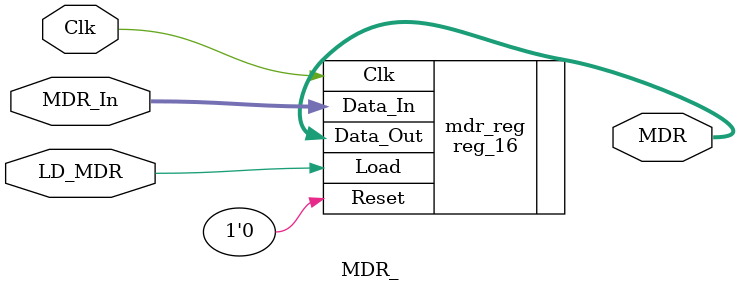
<source format=sv>
module MDR_ (input logic Clk, LD_MDR,
              input  logic [15:0]  MDR_In,
              output logic [15:0]  MDR);


reg_16 mdr_reg (.Clk(Clk), .Reset(1'b0), .Load(LD_MDR), .Data_In(MDR_In), .Data_Out(MDR));


endmodule
</source>
